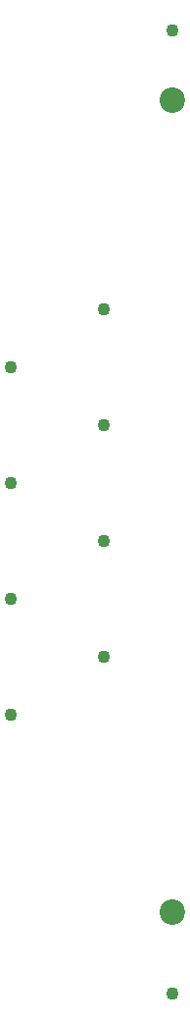
<source format=gbl>
G04 #@! TF.GenerationSoftware,KiCad,Pcbnew,5.1.5*
G04 #@! TF.CreationDate,2020-07-08T23:46:48+09:00*
G04 #@! TF.ProjectId,teabiscuits_electrode_interface,74656162-6973-4637-9569-74735f656c65,rev?*
G04 #@! TF.SameCoordinates,Original*
G04 #@! TF.FileFunction,Copper,L2,Bot*
G04 #@! TF.FilePolarity,Positive*
%FSLAX46Y46*%
G04 Gerber Fmt 4.6, Leading zero omitted, Abs format (unit mm)*
G04 Created by KiCad (PCBNEW 5.1.5) date 2020-07-08 23:46:48*
%MOMM*%
%LPD*%
G04 APERTURE LIST*
%ADD10C,1.100000*%
%ADD11C,2.200000*%
G04 APERTURE END LIST*
D10*
X128000000Y-128000000D03*
X128000000Y-45000000D03*
X114000000Y-104000000D03*
X122000000Y-99000000D03*
X114000000Y-94000000D03*
X122000000Y-89000000D03*
X114000000Y-84000000D03*
X122000000Y-79000000D03*
X114000000Y-74000000D03*
X122000000Y-69000000D03*
D11*
X128000000Y-121000000D03*
X128000000Y-51000000D03*
M02*

</source>
